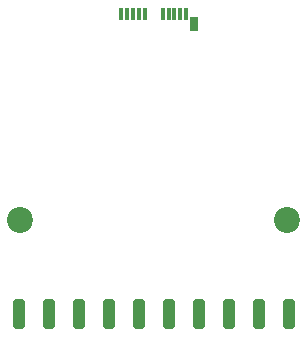
<source format=gbr>
%TF.GenerationSoftware,KiCad,Pcbnew,9.0.4*%
%TF.CreationDate,2025-09-18T12:16:13+02:00*%
%TF.ProjectId,rp2350_gpio_card,72703233-3530-45f6-9770-696f5f636172,X1*%
%TF.SameCoordinates,Original*%
%TF.FileFunction,Soldermask,Bot*%
%TF.FilePolarity,Negative*%
%FSLAX46Y46*%
G04 Gerber Fmt 4.6, Leading zero omitted, Abs format (unit mm)*
G04 Created by KiCad (PCBNEW 9.0.4) date 2025-09-18 12:16:13*
%MOMM*%
%LPD*%
G01*
G04 APERTURE LIST*
G04 Aperture macros list*
%AMRoundRect*
0 Rectangle with rounded corners*
0 $1 Rounding radius*
0 $2 $3 $4 $5 $6 $7 $8 $9 X,Y pos of 4 corners*
0 Add a 4 corners polygon primitive as box body*
4,1,4,$2,$3,$4,$5,$6,$7,$8,$9,$2,$3,0*
0 Add four circle primitives for the rounded corners*
1,1,$1+$1,$2,$3*
1,1,$1+$1,$4,$5*
1,1,$1+$1,$6,$7*
1,1,$1+$1,$8,$9*
0 Add four rect primitives between the rounded corners*
20,1,$1+$1,$2,$3,$4,$5,0*
20,1,$1+$1,$4,$5,$6,$7,0*
20,1,$1+$1,$6,$7,$8,$9,0*
20,1,$1+$1,$8,$9,$2,$3,0*%
G04 Aperture macros list end*
%ADD10R,0.380000X1.000000*%
%ADD11R,0.700000X1.150000*%
%ADD12C,2.200000*%
%ADD13RoundRect,0.250000X-0.250000X1.000000X-0.250000X-1.000000X0.250000X-1.000000X0.250000X1.000000X0*%
G04 APERTURE END LIST*
D10*
%TO.C,P1*%
X106305183Y-54186434D03*
X105805183Y-54186434D03*
X105305183Y-54186434D03*
X104805183Y-54186434D03*
X104305183Y-54186434D03*
X102805183Y-54186434D03*
X102305183Y-54186434D03*
X101805183Y-54186434D03*
X101305183Y-54186434D03*
X100805183Y-54186434D03*
D11*
X106975183Y-55026434D03*
%TD*%
D12*
%TO.C,H1*%
X92255183Y-71646434D03*
%TD*%
%TO.C,H2*%
X114855183Y-71646434D03*
%TD*%
D13*
%TO.C,J1*%
X92125183Y-79600000D03*
X94665183Y-79600000D03*
X97205183Y-79600000D03*
X99745183Y-79600000D03*
X102285183Y-79600000D03*
X104825183Y-79600000D03*
X107365183Y-79600000D03*
X109905183Y-79600000D03*
X112445183Y-79600000D03*
X114985183Y-79600000D03*
%TD*%
M02*

</source>
